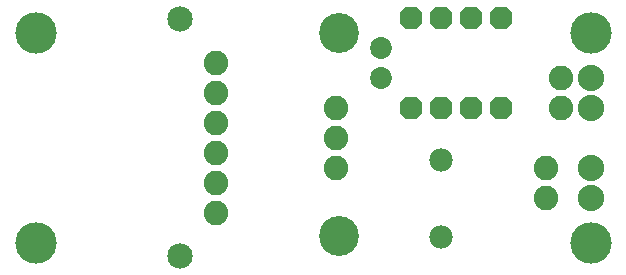
<source format=gbr>
G04 EAGLE Gerber RS-274X export*
G75*
%MOMM*%
%FSLAX34Y34*%
%LPD*%
%INSoldermask Top*%
%IPPOS*%
%AMOC8*
5,1,8,0,0,1.08239X$1,22.5*%
G01*
%ADD10C,3.378200*%
%ADD11C,2.235200*%
%ADD12C,1.854200*%
%ADD13P,2.089446X8X22.500000*%
%ADD14C,2.082800*%
%ADD15C,1.981200*%
%ADD16C,2.153200*%
%ADD17C,3.505200*%


D10*
X281940Y203200D03*
X281940Y31750D03*
D11*
X495300Y165100D03*
X495300Y139700D03*
X495300Y63500D03*
X495300Y88900D03*
D12*
X317500Y190500D03*
X317500Y165100D03*
D13*
X342900Y139700D03*
X368300Y139700D03*
X393700Y139700D03*
X419100Y139700D03*
X419100Y215900D03*
X393700Y215900D03*
X368300Y215900D03*
X342900Y215900D03*
D14*
X469900Y165100D03*
X469900Y139700D03*
X457200Y63500D03*
X457200Y88900D03*
D15*
X368300Y96000D03*
X368300Y31000D03*
D14*
X177800Y177800D03*
X177800Y152400D03*
X177800Y127000D03*
X177800Y101600D03*
X177800Y76200D03*
X177800Y50800D03*
X279400Y139700D03*
X279400Y114300D03*
X279400Y88900D03*
D16*
X147320Y15020D03*
X147320Y215020D03*
D17*
X25400Y25400D03*
X25400Y203200D03*
X495300Y203200D03*
X495300Y25400D03*
M02*

</source>
